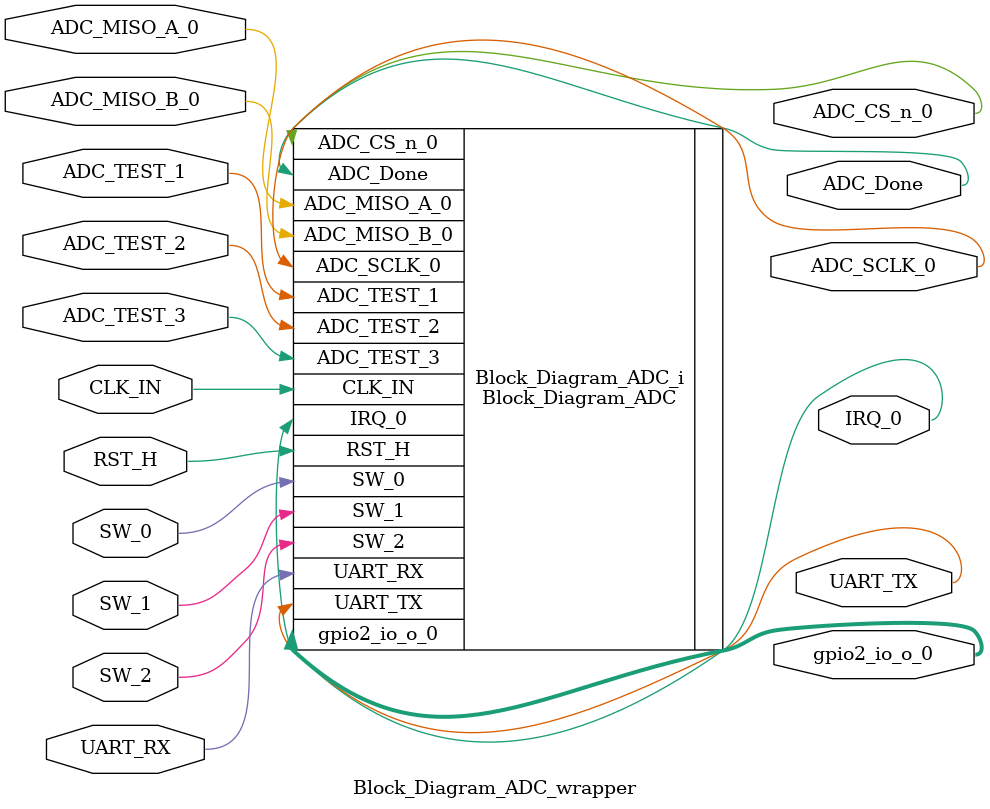
<source format=v>
`timescale 1 ps / 1 ps

module Block_Diagram_ADC_wrapper
   (ADC_CS_n_0,
    ADC_Done,
    ADC_MISO_A_0,
    ADC_MISO_B_0,
    ADC_SCLK_0,
    ADC_TEST_1,
    ADC_TEST_2,
    ADC_TEST_3,
    CLK_IN,
    IRQ_0,
    RST_H,
    SW_0,
    SW_1,
    SW_2,
    UART_RX,
    UART_TX,
    gpio2_io_o_0);
  output ADC_CS_n_0;
  output [0:0]ADC_Done;
  input ADC_MISO_A_0;
  input ADC_MISO_B_0;
  output ADC_SCLK_0;
  input ADC_TEST_1;
  input ADC_TEST_2;
  input ADC_TEST_3;
  input CLK_IN;
  output IRQ_0;
  input [0:0]RST_H;
  input [0:0]SW_0;
  input [0:0]SW_1;
  input [0:0]SW_2;
  input UART_RX;
  output UART_TX;
  output [2:0]gpio2_io_o_0;

  wire ADC_CS_n_0;
  wire [0:0]ADC_Done;
  wire ADC_MISO_A_0;
  wire ADC_MISO_B_0;
  wire ADC_SCLK_0;
  wire ADC_TEST_1;
  wire ADC_TEST_2;
  wire ADC_TEST_3;
  wire CLK_IN;
  wire IRQ_0;
  wire [0:0]RST_H;
  wire [0:0]SW_0;
  wire [0:0]SW_1;
  wire [0:0]SW_2;
  wire UART_RX;
  wire UART_TX;
  wire [2:0]gpio2_io_o_0;

  Block_Diagram_ADC Block_Diagram_ADC_i
       (.ADC_CS_n_0(ADC_CS_n_0),
        .ADC_Done(ADC_Done),
        .ADC_MISO_A_0(ADC_MISO_A_0),
        .ADC_MISO_B_0(ADC_MISO_B_0),
        .ADC_SCLK_0(ADC_SCLK_0),
        .ADC_TEST_1(ADC_TEST_1),
        .ADC_TEST_2(ADC_TEST_2),
        .ADC_TEST_3(ADC_TEST_3),
        .CLK_IN(CLK_IN),
        .IRQ_0(IRQ_0),
        .RST_H(RST_H),
        .SW_0(SW_0),
        .SW_1(SW_1),
        .SW_2(SW_2),
        .UART_RX(UART_RX),
        .UART_TX(UART_TX),
        .gpio2_io_o_0(gpio2_io_o_0));
endmodule

</source>
